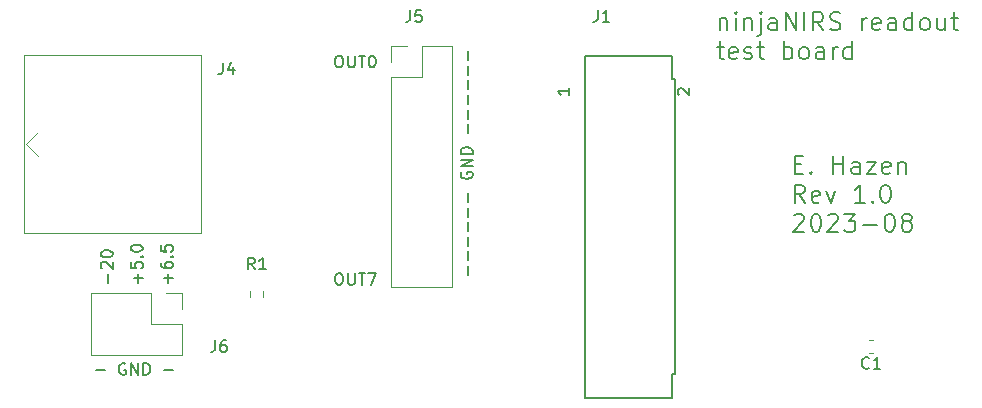
<source format=gbr>
%TF.GenerationSoftware,KiCad,Pcbnew,7.0.6-7.0.6~ubuntu22.04.1*%
%TF.CreationDate,2023-08-01T10:33:02-04:00*%
%TF.ProjectId,test-board,74657374-2d62-46f6-9172-642e6b696361,rev?*%
%TF.SameCoordinates,Original*%
%TF.FileFunction,Legend,Top*%
%TF.FilePolarity,Positive*%
%FSLAX46Y46*%
G04 Gerber Fmt 4.6, Leading zero omitted, Abs format (unit mm)*
G04 Created by KiCad (PCBNEW 7.0.6-7.0.6~ubuntu22.04.1) date 2023-08-01 10:33:02*
%MOMM*%
%LPD*%
G01*
G04 APERTURE LIST*
%ADD10C,0.150000*%
%ADD11C,0.120000*%
%ADD12C,0.127000*%
G04 APERTURE END LIST*
D10*
X131271541Y-35375125D02*
X131779541Y-35375125D01*
X131997255Y-36173411D02*
X131271541Y-36173411D01*
X131271541Y-36173411D02*
X131271541Y-34649411D01*
X131271541Y-34649411D02*
X131997255Y-34649411D01*
X132650398Y-36028268D02*
X132722969Y-36100840D01*
X132722969Y-36100840D02*
X132650398Y-36173411D01*
X132650398Y-36173411D02*
X132577826Y-36100840D01*
X132577826Y-36100840D02*
X132650398Y-36028268D01*
X132650398Y-36028268D02*
X132650398Y-36173411D01*
X134537255Y-36173411D02*
X134537255Y-34649411D01*
X134537255Y-35375125D02*
X135408112Y-35375125D01*
X135408112Y-36173411D02*
X135408112Y-34649411D01*
X136786969Y-36173411D02*
X136786969Y-35375125D01*
X136786969Y-35375125D02*
X136714397Y-35229982D01*
X136714397Y-35229982D02*
X136569254Y-35157411D01*
X136569254Y-35157411D02*
X136278969Y-35157411D01*
X136278969Y-35157411D02*
X136133826Y-35229982D01*
X136786969Y-36100840D02*
X136641826Y-36173411D01*
X136641826Y-36173411D02*
X136278969Y-36173411D01*
X136278969Y-36173411D02*
X136133826Y-36100840D01*
X136133826Y-36100840D02*
X136061254Y-35955697D01*
X136061254Y-35955697D02*
X136061254Y-35810554D01*
X136061254Y-35810554D02*
X136133826Y-35665411D01*
X136133826Y-35665411D02*
X136278969Y-35592840D01*
X136278969Y-35592840D02*
X136641826Y-35592840D01*
X136641826Y-35592840D02*
X136786969Y-35520268D01*
X137367540Y-35157411D02*
X138165826Y-35157411D01*
X138165826Y-35157411D02*
X137367540Y-36173411D01*
X137367540Y-36173411D02*
X138165826Y-36173411D01*
X139326968Y-36100840D02*
X139181825Y-36173411D01*
X139181825Y-36173411D02*
X138891540Y-36173411D01*
X138891540Y-36173411D02*
X138746397Y-36100840D01*
X138746397Y-36100840D02*
X138673825Y-35955697D01*
X138673825Y-35955697D02*
X138673825Y-35375125D01*
X138673825Y-35375125D02*
X138746397Y-35229982D01*
X138746397Y-35229982D02*
X138891540Y-35157411D01*
X138891540Y-35157411D02*
X139181825Y-35157411D01*
X139181825Y-35157411D02*
X139326968Y-35229982D01*
X139326968Y-35229982D02*
X139399540Y-35375125D01*
X139399540Y-35375125D02*
X139399540Y-35520268D01*
X139399540Y-35520268D02*
X138673825Y-35665411D01*
X140052683Y-35157411D02*
X140052683Y-36173411D01*
X140052683Y-35302554D02*
X140125254Y-35229982D01*
X140125254Y-35229982D02*
X140270397Y-35157411D01*
X140270397Y-35157411D02*
X140488111Y-35157411D01*
X140488111Y-35157411D02*
X140633254Y-35229982D01*
X140633254Y-35229982D02*
X140705826Y-35375125D01*
X140705826Y-35375125D02*
X140705826Y-36173411D01*
X132142398Y-38627051D02*
X131634398Y-37901337D01*
X131271541Y-38627051D02*
X131271541Y-37103051D01*
X131271541Y-37103051D02*
X131852112Y-37103051D01*
X131852112Y-37103051D02*
X131997255Y-37175622D01*
X131997255Y-37175622D02*
X132069826Y-37248194D01*
X132069826Y-37248194D02*
X132142398Y-37393337D01*
X132142398Y-37393337D02*
X132142398Y-37611051D01*
X132142398Y-37611051D02*
X132069826Y-37756194D01*
X132069826Y-37756194D02*
X131997255Y-37828765D01*
X131997255Y-37828765D02*
X131852112Y-37901337D01*
X131852112Y-37901337D02*
X131271541Y-37901337D01*
X133376112Y-38554480D02*
X133230969Y-38627051D01*
X133230969Y-38627051D02*
X132940684Y-38627051D01*
X132940684Y-38627051D02*
X132795541Y-38554480D01*
X132795541Y-38554480D02*
X132722969Y-38409337D01*
X132722969Y-38409337D02*
X132722969Y-37828765D01*
X132722969Y-37828765D02*
X132795541Y-37683622D01*
X132795541Y-37683622D02*
X132940684Y-37611051D01*
X132940684Y-37611051D02*
X133230969Y-37611051D01*
X133230969Y-37611051D02*
X133376112Y-37683622D01*
X133376112Y-37683622D02*
X133448684Y-37828765D01*
X133448684Y-37828765D02*
X133448684Y-37973908D01*
X133448684Y-37973908D02*
X132722969Y-38119051D01*
X133956684Y-37611051D02*
X134319541Y-38627051D01*
X134319541Y-38627051D02*
X134682398Y-37611051D01*
X137222398Y-38627051D02*
X136351541Y-38627051D01*
X136786970Y-38627051D02*
X136786970Y-37103051D01*
X136786970Y-37103051D02*
X136641827Y-37320765D01*
X136641827Y-37320765D02*
X136496684Y-37465908D01*
X136496684Y-37465908D02*
X136351541Y-37538480D01*
X137875542Y-38481908D02*
X137948113Y-38554480D01*
X137948113Y-38554480D02*
X137875542Y-38627051D01*
X137875542Y-38627051D02*
X137802970Y-38554480D01*
X137802970Y-38554480D02*
X137875542Y-38481908D01*
X137875542Y-38481908D02*
X137875542Y-38627051D01*
X138891541Y-37103051D02*
X139036684Y-37103051D01*
X139036684Y-37103051D02*
X139181827Y-37175622D01*
X139181827Y-37175622D02*
X139254399Y-37248194D01*
X139254399Y-37248194D02*
X139326970Y-37393337D01*
X139326970Y-37393337D02*
X139399541Y-37683622D01*
X139399541Y-37683622D02*
X139399541Y-38046480D01*
X139399541Y-38046480D02*
X139326970Y-38336765D01*
X139326970Y-38336765D02*
X139254399Y-38481908D01*
X139254399Y-38481908D02*
X139181827Y-38554480D01*
X139181827Y-38554480D02*
X139036684Y-38627051D01*
X139036684Y-38627051D02*
X138891541Y-38627051D01*
X138891541Y-38627051D02*
X138746399Y-38554480D01*
X138746399Y-38554480D02*
X138673827Y-38481908D01*
X138673827Y-38481908D02*
X138601256Y-38336765D01*
X138601256Y-38336765D02*
X138528684Y-38046480D01*
X138528684Y-38046480D02*
X138528684Y-37683622D01*
X138528684Y-37683622D02*
X138601256Y-37393337D01*
X138601256Y-37393337D02*
X138673827Y-37248194D01*
X138673827Y-37248194D02*
X138746399Y-37175622D01*
X138746399Y-37175622D02*
X138891541Y-37103051D01*
X131198969Y-39701834D02*
X131271541Y-39629262D01*
X131271541Y-39629262D02*
X131416684Y-39556691D01*
X131416684Y-39556691D02*
X131779541Y-39556691D01*
X131779541Y-39556691D02*
X131924684Y-39629262D01*
X131924684Y-39629262D02*
X131997255Y-39701834D01*
X131997255Y-39701834D02*
X132069826Y-39846977D01*
X132069826Y-39846977D02*
X132069826Y-39992120D01*
X132069826Y-39992120D02*
X131997255Y-40209834D01*
X131997255Y-40209834D02*
X131126398Y-41080691D01*
X131126398Y-41080691D02*
X132069826Y-41080691D01*
X133013255Y-39556691D02*
X133158398Y-39556691D01*
X133158398Y-39556691D02*
X133303541Y-39629262D01*
X133303541Y-39629262D02*
X133376113Y-39701834D01*
X133376113Y-39701834D02*
X133448684Y-39846977D01*
X133448684Y-39846977D02*
X133521255Y-40137262D01*
X133521255Y-40137262D02*
X133521255Y-40500120D01*
X133521255Y-40500120D02*
X133448684Y-40790405D01*
X133448684Y-40790405D02*
X133376113Y-40935548D01*
X133376113Y-40935548D02*
X133303541Y-41008120D01*
X133303541Y-41008120D02*
X133158398Y-41080691D01*
X133158398Y-41080691D02*
X133013255Y-41080691D01*
X133013255Y-41080691D02*
X132868113Y-41008120D01*
X132868113Y-41008120D02*
X132795541Y-40935548D01*
X132795541Y-40935548D02*
X132722970Y-40790405D01*
X132722970Y-40790405D02*
X132650398Y-40500120D01*
X132650398Y-40500120D02*
X132650398Y-40137262D01*
X132650398Y-40137262D02*
X132722970Y-39846977D01*
X132722970Y-39846977D02*
X132795541Y-39701834D01*
X132795541Y-39701834D02*
X132868113Y-39629262D01*
X132868113Y-39629262D02*
X133013255Y-39556691D01*
X134101827Y-39701834D02*
X134174399Y-39629262D01*
X134174399Y-39629262D02*
X134319542Y-39556691D01*
X134319542Y-39556691D02*
X134682399Y-39556691D01*
X134682399Y-39556691D02*
X134827542Y-39629262D01*
X134827542Y-39629262D02*
X134900113Y-39701834D01*
X134900113Y-39701834D02*
X134972684Y-39846977D01*
X134972684Y-39846977D02*
X134972684Y-39992120D01*
X134972684Y-39992120D02*
X134900113Y-40209834D01*
X134900113Y-40209834D02*
X134029256Y-41080691D01*
X134029256Y-41080691D02*
X134972684Y-41080691D01*
X135480685Y-39556691D02*
X136424113Y-39556691D01*
X136424113Y-39556691D02*
X135916113Y-40137262D01*
X135916113Y-40137262D02*
X136133828Y-40137262D01*
X136133828Y-40137262D02*
X136278971Y-40209834D01*
X136278971Y-40209834D02*
X136351542Y-40282405D01*
X136351542Y-40282405D02*
X136424113Y-40427548D01*
X136424113Y-40427548D02*
X136424113Y-40790405D01*
X136424113Y-40790405D02*
X136351542Y-40935548D01*
X136351542Y-40935548D02*
X136278971Y-41008120D01*
X136278971Y-41008120D02*
X136133828Y-41080691D01*
X136133828Y-41080691D02*
X135698399Y-41080691D01*
X135698399Y-41080691D02*
X135553256Y-41008120D01*
X135553256Y-41008120D02*
X135480685Y-40935548D01*
X137077257Y-40500120D02*
X138238400Y-40500120D01*
X139254399Y-39556691D02*
X139399542Y-39556691D01*
X139399542Y-39556691D02*
X139544685Y-39629262D01*
X139544685Y-39629262D02*
X139617257Y-39701834D01*
X139617257Y-39701834D02*
X139689828Y-39846977D01*
X139689828Y-39846977D02*
X139762399Y-40137262D01*
X139762399Y-40137262D02*
X139762399Y-40500120D01*
X139762399Y-40500120D02*
X139689828Y-40790405D01*
X139689828Y-40790405D02*
X139617257Y-40935548D01*
X139617257Y-40935548D02*
X139544685Y-41008120D01*
X139544685Y-41008120D02*
X139399542Y-41080691D01*
X139399542Y-41080691D02*
X139254399Y-41080691D01*
X139254399Y-41080691D02*
X139109257Y-41008120D01*
X139109257Y-41008120D02*
X139036685Y-40935548D01*
X139036685Y-40935548D02*
X138964114Y-40790405D01*
X138964114Y-40790405D02*
X138891542Y-40500120D01*
X138891542Y-40500120D02*
X138891542Y-40137262D01*
X138891542Y-40137262D02*
X138964114Y-39846977D01*
X138964114Y-39846977D02*
X139036685Y-39701834D01*
X139036685Y-39701834D02*
X139109257Y-39629262D01*
X139109257Y-39629262D02*
X139254399Y-39556691D01*
X140633257Y-40209834D02*
X140488114Y-40137262D01*
X140488114Y-40137262D02*
X140415543Y-40064691D01*
X140415543Y-40064691D02*
X140342971Y-39919548D01*
X140342971Y-39919548D02*
X140342971Y-39846977D01*
X140342971Y-39846977D02*
X140415543Y-39701834D01*
X140415543Y-39701834D02*
X140488114Y-39629262D01*
X140488114Y-39629262D02*
X140633257Y-39556691D01*
X140633257Y-39556691D02*
X140923543Y-39556691D01*
X140923543Y-39556691D02*
X141068686Y-39629262D01*
X141068686Y-39629262D02*
X141141257Y-39701834D01*
X141141257Y-39701834D02*
X141213828Y-39846977D01*
X141213828Y-39846977D02*
X141213828Y-39919548D01*
X141213828Y-39919548D02*
X141141257Y-40064691D01*
X141141257Y-40064691D02*
X141068686Y-40137262D01*
X141068686Y-40137262D02*
X140923543Y-40209834D01*
X140923543Y-40209834D02*
X140633257Y-40209834D01*
X140633257Y-40209834D02*
X140488114Y-40282405D01*
X140488114Y-40282405D02*
X140415543Y-40354977D01*
X140415543Y-40354977D02*
X140342971Y-40500120D01*
X140342971Y-40500120D02*
X140342971Y-40790405D01*
X140342971Y-40790405D02*
X140415543Y-40935548D01*
X140415543Y-40935548D02*
X140488114Y-41008120D01*
X140488114Y-41008120D02*
X140633257Y-41080691D01*
X140633257Y-41080691D02*
X140923543Y-41080691D01*
X140923543Y-41080691D02*
X141068686Y-41008120D01*
X141068686Y-41008120D02*
X141141257Y-40935548D01*
X141141257Y-40935548D02*
X141213828Y-40790405D01*
X141213828Y-40790405D02*
X141213828Y-40500120D01*
X141213828Y-40500120D02*
X141141257Y-40354977D01*
X141141257Y-40354977D02*
X141068686Y-40282405D01*
X141068686Y-40282405D02*
X140923543Y-40209834D01*
X124921541Y-23006051D02*
X124921541Y-24022051D01*
X124921541Y-23151194D02*
X124994112Y-23078622D01*
X124994112Y-23078622D02*
X125139255Y-23006051D01*
X125139255Y-23006051D02*
X125356969Y-23006051D01*
X125356969Y-23006051D02*
X125502112Y-23078622D01*
X125502112Y-23078622D02*
X125574684Y-23223765D01*
X125574684Y-23223765D02*
X125574684Y-24022051D01*
X126300398Y-24022051D02*
X126300398Y-23006051D01*
X126300398Y-22498051D02*
X126227826Y-22570622D01*
X126227826Y-22570622D02*
X126300398Y-22643194D01*
X126300398Y-22643194D02*
X126372969Y-22570622D01*
X126372969Y-22570622D02*
X126300398Y-22498051D01*
X126300398Y-22498051D02*
X126300398Y-22643194D01*
X127026112Y-23006051D02*
X127026112Y-24022051D01*
X127026112Y-23151194D02*
X127098683Y-23078622D01*
X127098683Y-23078622D02*
X127243826Y-23006051D01*
X127243826Y-23006051D02*
X127461540Y-23006051D01*
X127461540Y-23006051D02*
X127606683Y-23078622D01*
X127606683Y-23078622D02*
X127679255Y-23223765D01*
X127679255Y-23223765D02*
X127679255Y-24022051D01*
X128404969Y-23006051D02*
X128404969Y-24312337D01*
X128404969Y-24312337D02*
X128332397Y-24457480D01*
X128332397Y-24457480D02*
X128187254Y-24530051D01*
X128187254Y-24530051D02*
X128114683Y-24530051D01*
X128404969Y-22498051D02*
X128332397Y-22570622D01*
X128332397Y-22570622D02*
X128404969Y-22643194D01*
X128404969Y-22643194D02*
X128477540Y-22570622D01*
X128477540Y-22570622D02*
X128404969Y-22498051D01*
X128404969Y-22498051D02*
X128404969Y-22643194D01*
X129783826Y-24022051D02*
X129783826Y-23223765D01*
X129783826Y-23223765D02*
X129711254Y-23078622D01*
X129711254Y-23078622D02*
X129566111Y-23006051D01*
X129566111Y-23006051D02*
X129275826Y-23006051D01*
X129275826Y-23006051D02*
X129130683Y-23078622D01*
X129783826Y-23949480D02*
X129638683Y-24022051D01*
X129638683Y-24022051D02*
X129275826Y-24022051D01*
X129275826Y-24022051D02*
X129130683Y-23949480D01*
X129130683Y-23949480D02*
X129058111Y-23804337D01*
X129058111Y-23804337D02*
X129058111Y-23659194D01*
X129058111Y-23659194D02*
X129130683Y-23514051D01*
X129130683Y-23514051D02*
X129275826Y-23441480D01*
X129275826Y-23441480D02*
X129638683Y-23441480D01*
X129638683Y-23441480D02*
X129783826Y-23368908D01*
X130509540Y-24022051D02*
X130509540Y-22498051D01*
X130509540Y-22498051D02*
X131380397Y-24022051D01*
X131380397Y-24022051D02*
X131380397Y-22498051D01*
X132106111Y-24022051D02*
X132106111Y-22498051D01*
X133702682Y-24022051D02*
X133194682Y-23296337D01*
X132831825Y-24022051D02*
X132831825Y-22498051D01*
X132831825Y-22498051D02*
X133412396Y-22498051D01*
X133412396Y-22498051D02*
X133557539Y-22570622D01*
X133557539Y-22570622D02*
X133630110Y-22643194D01*
X133630110Y-22643194D02*
X133702682Y-22788337D01*
X133702682Y-22788337D02*
X133702682Y-23006051D01*
X133702682Y-23006051D02*
X133630110Y-23151194D01*
X133630110Y-23151194D02*
X133557539Y-23223765D01*
X133557539Y-23223765D02*
X133412396Y-23296337D01*
X133412396Y-23296337D02*
X132831825Y-23296337D01*
X134283253Y-23949480D02*
X134500968Y-24022051D01*
X134500968Y-24022051D02*
X134863825Y-24022051D01*
X134863825Y-24022051D02*
X135008968Y-23949480D01*
X135008968Y-23949480D02*
X135081539Y-23876908D01*
X135081539Y-23876908D02*
X135154110Y-23731765D01*
X135154110Y-23731765D02*
X135154110Y-23586622D01*
X135154110Y-23586622D02*
X135081539Y-23441480D01*
X135081539Y-23441480D02*
X135008968Y-23368908D01*
X135008968Y-23368908D02*
X134863825Y-23296337D01*
X134863825Y-23296337D02*
X134573539Y-23223765D01*
X134573539Y-23223765D02*
X134428396Y-23151194D01*
X134428396Y-23151194D02*
X134355825Y-23078622D01*
X134355825Y-23078622D02*
X134283253Y-22933480D01*
X134283253Y-22933480D02*
X134283253Y-22788337D01*
X134283253Y-22788337D02*
X134355825Y-22643194D01*
X134355825Y-22643194D02*
X134428396Y-22570622D01*
X134428396Y-22570622D02*
X134573539Y-22498051D01*
X134573539Y-22498051D02*
X134936396Y-22498051D01*
X134936396Y-22498051D02*
X135154110Y-22570622D01*
X136968397Y-24022051D02*
X136968397Y-23006051D01*
X136968397Y-23296337D02*
X137040968Y-23151194D01*
X137040968Y-23151194D02*
X137113540Y-23078622D01*
X137113540Y-23078622D02*
X137258682Y-23006051D01*
X137258682Y-23006051D02*
X137403825Y-23006051D01*
X138492397Y-23949480D02*
X138347254Y-24022051D01*
X138347254Y-24022051D02*
X138056969Y-24022051D01*
X138056969Y-24022051D02*
X137911826Y-23949480D01*
X137911826Y-23949480D02*
X137839254Y-23804337D01*
X137839254Y-23804337D02*
X137839254Y-23223765D01*
X137839254Y-23223765D02*
X137911826Y-23078622D01*
X137911826Y-23078622D02*
X138056969Y-23006051D01*
X138056969Y-23006051D02*
X138347254Y-23006051D01*
X138347254Y-23006051D02*
X138492397Y-23078622D01*
X138492397Y-23078622D02*
X138564969Y-23223765D01*
X138564969Y-23223765D02*
X138564969Y-23368908D01*
X138564969Y-23368908D02*
X137839254Y-23514051D01*
X139871255Y-24022051D02*
X139871255Y-23223765D01*
X139871255Y-23223765D02*
X139798683Y-23078622D01*
X139798683Y-23078622D02*
X139653540Y-23006051D01*
X139653540Y-23006051D02*
X139363255Y-23006051D01*
X139363255Y-23006051D02*
X139218112Y-23078622D01*
X139871255Y-23949480D02*
X139726112Y-24022051D01*
X139726112Y-24022051D02*
X139363255Y-24022051D01*
X139363255Y-24022051D02*
X139218112Y-23949480D01*
X139218112Y-23949480D02*
X139145540Y-23804337D01*
X139145540Y-23804337D02*
X139145540Y-23659194D01*
X139145540Y-23659194D02*
X139218112Y-23514051D01*
X139218112Y-23514051D02*
X139363255Y-23441480D01*
X139363255Y-23441480D02*
X139726112Y-23441480D01*
X139726112Y-23441480D02*
X139871255Y-23368908D01*
X141250112Y-24022051D02*
X141250112Y-22498051D01*
X141250112Y-23949480D02*
X141104969Y-24022051D01*
X141104969Y-24022051D02*
X140814683Y-24022051D01*
X140814683Y-24022051D02*
X140669540Y-23949480D01*
X140669540Y-23949480D02*
X140596969Y-23876908D01*
X140596969Y-23876908D02*
X140524397Y-23731765D01*
X140524397Y-23731765D02*
X140524397Y-23296337D01*
X140524397Y-23296337D02*
X140596969Y-23151194D01*
X140596969Y-23151194D02*
X140669540Y-23078622D01*
X140669540Y-23078622D02*
X140814683Y-23006051D01*
X140814683Y-23006051D02*
X141104969Y-23006051D01*
X141104969Y-23006051D02*
X141250112Y-23078622D01*
X142193540Y-24022051D02*
X142048397Y-23949480D01*
X142048397Y-23949480D02*
X141975826Y-23876908D01*
X141975826Y-23876908D02*
X141903254Y-23731765D01*
X141903254Y-23731765D02*
X141903254Y-23296337D01*
X141903254Y-23296337D02*
X141975826Y-23151194D01*
X141975826Y-23151194D02*
X142048397Y-23078622D01*
X142048397Y-23078622D02*
X142193540Y-23006051D01*
X142193540Y-23006051D02*
X142411254Y-23006051D01*
X142411254Y-23006051D02*
X142556397Y-23078622D01*
X142556397Y-23078622D02*
X142628969Y-23151194D01*
X142628969Y-23151194D02*
X142701540Y-23296337D01*
X142701540Y-23296337D02*
X142701540Y-23731765D01*
X142701540Y-23731765D02*
X142628969Y-23876908D01*
X142628969Y-23876908D02*
X142556397Y-23949480D01*
X142556397Y-23949480D02*
X142411254Y-24022051D01*
X142411254Y-24022051D02*
X142193540Y-24022051D01*
X144007826Y-23006051D02*
X144007826Y-24022051D01*
X143354683Y-23006051D02*
X143354683Y-23804337D01*
X143354683Y-23804337D02*
X143427254Y-23949480D01*
X143427254Y-23949480D02*
X143572397Y-24022051D01*
X143572397Y-24022051D02*
X143790111Y-24022051D01*
X143790111Y-24022051D02*
X143935254Y-23949480D01*
X143935254Y-23949480D02*
X144007826Y-23876908D01*
X144515825Y-23006051D02*
X145096397Y-23006051D01*
X144733540Y-22498051D02*
X144733540Y-23804337D01*
X144733540Y-23804337D02*
X144806111Y-23949480D01*
X144806111Y-23949480D02*
X144951254Y-24022051D01*
X144951254Y-24022051D02*
X145096397Y-24022051D01*
X124703826Y-25459691D02*
X125284398Y-25459691D01*
X124921541Y-24951691D02*
X124921541Y-26257977D01*
X124921541Y-26257977D02*
X124994112Y-26403120D01*
X124994112Y-26403120D02*
X125139255Y-26475691D01*
X125139255Y-26475691D02*
X125284398Y-26475691D01*
X126372969Y-26403120D02*
X126227826Y-26475691D01*
X126227826Y-26475691D02*
X125937541Y-26475691D01*
X125937541Y-26475691D02*
X125792398Y-26403120D01*
X125792398Y-26403120D02*
X125719826Y-26257977D01*
X125719826Y-26257977D02*
X125719826Y-25677405D01*
X125719826Y-25677405D02*
X125792398Y-25532262D01*
X125792398Y-25532262D02*
X125937541Y-25459691D01*
X125937541Y-25459691D02*
X126227826Y-25459691D01*
X126227826Y-25459691D02*
X126372969Y-25532262D01*
X126372969Y-25532262D02*
X126445541Y-25677405D01*
X126445541Y-25677405D02*
X126445541Y-25822548D01*
X126445541Y-25822548D02*
X125719826Y-25967691D01*
X127026112Y-26403120D02*
X127171255Y-26475691D01*
X127171255Y-26475691D02*
X127461541Y-26475691D01*
X127461541Y-26475691D02*
X127606684Y-26403120D01*
X127606684Y-26403120D02*
X127679255Y-26257977D01*
X127679255Y-26257977D02*
X127679255Y-26185405D01*
X127679255Y-26185405D02*
X127606684Y-26040262D01*
X127606684Y-26040262D02*
X127461541Y-25967691D01*
X127461541Y-25967691D02*
X127243827Y-25967691D01*
X127243827Y-25967691D02*
X127098684Y-25895120D01*
X127098684Y-25895120D02*
X127026112Y-25749977D01*
X127026112Y-25749977D02*
X127026112Y-25677405D01*
X127026112Y-25677405D02*
X127098684Y-25532262D01*
X127098684Y-25532262D02*
X127243827Y-25459691D01*
X127243827Y-25459691D02*
X127461541Y-25459691D01*
X127461541Y-25459691D02*
X127606684Y-25532262D01*
X128114683Y-25459691D02*
X128695255Y-25459691D01*
X128332398Y-24951691D02*
X128332398Y-26257977D01*
X128332398Y-26257977D02*
X128404969Y-26403120D01*
X128404969Y-26403120D02*
X128550112Y-26475691D01*
X128550112Y-26475691D02*
X128695255Y-26475691D01*
X130364398Y-26475691D02*
X130364398Y-24951691D01*
X130364398Y-25532262D02*
X130509541Y-25459691D01*
X130509541Y-25459691D02*
X130799826Y-25459691D01*
X130799826Y-25459691D02*
X130944969Y-25532262D01*
X130944969Y-25532262D02*
X131017541Y-25604834D01*
X131017541Y-25604834D02*
X131090112Y-25749977D01*
X131090112Y-25749977D02*
X131090112Y-26185405D01*
X131090112Y-26185405D02*
X131017541Y-26330548D01*
X131017541Y-26330548D02*
X130944969Y-26403120D01*
X130944969Y-26403120D02*
X130799826Y-26475691D01*
X130799826Y-26475691D02*
X130509541Y-26475691D01*
X130509541Y-26475691D02*
X130364398Y-26403120D01*
X131960969Y-26475691D02*
X131815826Y-26403120D01*
X131815826Y-26403120D02*
X131743255Y-26330548D01*
X131743255Y-26330548D02*
X131670683Y-26185405D01*
X131670683Y-26185405D02*
X131670683Y-25749977D01*
X131670683Y-25749977D02*
X131743255Y-25604834D01*
X131743255Y-25604834D02*
X131815826Y-25532262D01*
X131815826Y-25532262D02*
X131960969Y-25459691D01*
X131960969Y-25459691D02*
X132178683Y-25459691D01*
X132178683Y-25459691D02*
X132323826Y-25532262D01*
X132323826Y-25532262D02*
X132396398Y-25604834D01*
X132396398Y-25604834D02*
X132468969Y-25749977D01*
X132468969Y-25749977D02*
X132468969Y-26185405D01*
X132468969Y-26185405D02*
X132396398Y-26330548D01*
X132396398Y-26330548D02*
X132323826Y-26403120D01*
X132323826Y-26403120D02*
X132178683Y-26475691D01*
X132178683Y-26475691D02*
X131960969Y-26475691D01*
X133775255Y-26475691D02*
X133775255Y-25677405D01*
X133775255Y-25677405D02*
X133702683Y-25532262D01*
X133702683Y-25532262D02*
X133557540Y-25459691D01*
X133557540Y-25459691D02*
X133267255Y-25459691D01*
X133267255Y-25459691D02*
X133122112Y-25532262D01*
X133775255Y-26403120D02*
X133630112Y-26475691D01*
X133630112Y-26475691D02*
X133267255Y-26475691D01*
X133267255Y-26475691D02*
X133122112Y-26403120D01*
X133122112Y-26403120D02*
X133049540Y-26257977D01*
X133049540Y-26257977D02*
X133049540Y-26112834D01*
X133049540Y-26112834D02*
X133122112Y-25967691D01*
X133122112Y-25967691D02*
X133267255Y-25895120D01*
X133267255Y-25895120D02*
X133630112Y-25895120D01*
X133630112Y-25895120D02*
X133775255Y-25822548D01*
X134500969Y-26475691D02*
X134500969Y-25459691D01*
X134500969Y-25749977D02*
X134573540Y-25604834D01*
X134573540Y-25604834D02*
X134646112Y-25532262D01*
X134646112Y-25532262D02*
X134791254Y-25459691D01*
X134791254Y-25459691D02*
X134936397Y-25459691D01*
X136097541Y-26475691D02*
X136097541Y-24951691D01*
X136097541Y-26403120D02*
X135952398Y-26475691D01*
X135952398Y-26475691D02*
X135662112Y-26475691D01*
X135662112Y-26475691D02*
X135516969Y-26403120D01*
X135516969Y-26403120D02*
X135444398Y-26330548D01*
X135444398Y-26330548D02*
X135371826Y-26185405D01*
X135371826Y-26185405D02*
X135371826Y-25749977D01*
X135371826Y-25749977D02*
X135444398Y-25604834D01*
X135444398Y-25604834D02*
X135516969Y-25532262D01*
X135516969Y-25532262D02*
X135662112Y-25459691D01*
X135662112Y-25459691D02*
X135952398Y-25459691D01*
X135952398Y-25459691D02*
X136097541Y-25532262D01*
X103628866Y-44748220D02*
X103628866Y-43986316D01*
X103628866Y-43510125D02*
X103628866Y-42748221D01*
X103628866Y-42272030D02*
X103628866Y-41510126D01*
X103628866Y-41033935D02*
X103628866Y-40272031D01*
X103628866Y-39795840D02*
X103628866Y-39033936D01*
X103628866Y-38557745D02*
X103628866Y-37795841D01*
X103057438Y-36033936D02*
X103009819Y-36129174D01*
X103009819Y-36129174D02*
X103009819Y-36272031D01*
X103009819Y-36272031D02*
X103057438Y-36414888D01*
X103057438Y-36414888D02*
X103152676Y-36510126D01*
X103152676Y-36510126D02*
X103247914Y-36557745D01*
X103247914Y-36557745D02*
X103438390Y-36605364D01*
X103438390Y-36605364D02*
X103581247Y-36605364D01*
X103581247Y-36605364D02*
X103771723Y-36557745D01*
X103771723Y-36557745D02*
X103866961Y-36510126D01*
X103866961Y-36510126D02*
X103962200Y-36414888D01*
X103962200Y-36414888D02*
X104009819Y-36272031D01*
X104009819Y-36272031D02*
X104009819Y-36176793D01*
X104009819Y-36176793D02*
X103962200Y-36033936D01*
X103962200Y-36033936D02*
X103914580Y-35986317D01*
X103914580Y-35986317D02*
X103581247Y-35986317D01*
X103581247Y-35986317D02*
X103581247Y-36176793D01*
X104009819Y-35557745D02*
X103009819Y-35557745D01*
X103009819Y-35557745D02*
X104009819Y-34986317D01*
X104009819Y-34986317D02*
X103009819Y-34986317D01*
X104009819Y-34510126D02*
X103009819Y-34510126D01*
X103009819Y-34510126D02*
X103009819Y-34272031D01*
X103009819Y-34272031D02*
X103057438Y-34129174D01*
X103057438Y-34129174D02*
X103152676Y-34033936D01*
X103152676Y-34033936D02*
X103247914Y-33986317D01*
X103247914Y-33986317D02*
X103438390Y-33938698D01*
X103438390Y-33938698D02*
X103581247Y-33938698D01*
X103581247Y-33938698D02*
X103771723Y-33986317D01*
X103771723Y-33986317D02*
X103866961Y-34033936D01*
X103866961Y-34033936D02*
X103962200Y-34129174D01*
X103962200Y-34129174D02*
X104009819Y-34272031D01*
X104009819Y-34272031D02*
X104009819Y-34510126D01*
X103628866Y-32748221D02*
X103628866Y-31986317D01*
X103628866Y-31510126D02*
X103628866Y-30748222D01*
X103628866Y-30272031D02*
X103628866Y-29510127D01*
X103628866Y-29033936D02*
X103628866Y-28272032D01*
X103628866Y-27795841D02*
X103628866Y-27033937D01*
X103628866Y-26557746D02*
X103628866Y-25795842D01*
X92602255Y-44589819D02*
X92792731Y-44589819D01*
X92792731Y-44589819D02*
X92887969Y-44637438D01*
X92887969Y-44637438D02*
X92983207Y-44732676D01*
X92983207Y-44732676D02*
X93030826Y-44923152D01*
X93030826Y-44923152D02*
X93030826Y-45256485D01*
X93030826Y-45256485D02*
X92983207Y-45446961D01*
X92983207Y-45446961D02*
X92887969Y-45542200D01*
X92887969Y-45542200D02*
X92792731Y-45589819D01*
X92792731Y-45589819D02*
X92602255Y-45589819D01*
X92602255Y-45589819D02*
X92507017Y-45542200D01*
X92507017Y-45542200D02*
X92411779Y-45446961D01*
X92411779Y-45446961D02*
X92364160Y-45256485D01*
X92364160Y-45256485D02*
X92364160Y-44923152D01*
X92364160Y-44923152D02*
X92411779Y-44732676D01*
X92411779Y-44732676D02*
X92507017Y-44637438D01*
X92507017Y-44637438D02*
X92602255Y-44589819D01*
X93459398Y-44589819D02*
X93459398Y-45399342D01*
X93459398Y-45399342D02*
X93507017Y-45494580D01*
X93507017Y-45494580D02*
X93554636Y-45542200D01*
X93554636Y-45542200D02*
X93649874Y-45589819D01*
X93649874Y-45589819D02*
X93840350Y-45589819D01*
X93840350Y-45589819D02*
X93935588Y-45542200D01*
X93935588Y-45542200D02*
X93983207Y-45494580D01*
X93983207Y-45494580D02*
X94030826Y-45399342D01*
X94030826Y-45399342D02*
X94030826Y-44589819D01*
X94364160Y-44589819D02*
X94935588Y-44589819D01*
X94649874Y-45589819D02*
X94649874Y-44589819D01*
X95173684Y-44589819D02*
X95840350Y-44589819D01*
X95840350Y-44589819D02*
X95411779Y-45589819D01*
X92602255Y-26174819D02*
X92792731Y-26174819D01*
X92792731Y-26174819D02*
X92887969Y-26222438D01*
X92887969Y-26222438D02*
X92983207Y-26317676D01*
X92983207Y-26317676D02*
X93030826Y-26508152D01*
X93030826Y-26508152D02*
X93030826Y-26841485D01*
X93030826Y-26841485D02*
X92983207Y-27031961D01*
X92983207Y-27031961D02*
X92887969Y-27127200D01*
X92887969Y-27127200D02*
X92792731Y-27174819D01*
X92792731Y-27174819D02*
X92602255Y-27174819D01*
X92602255Y-27174819D02*
X92507017Y-27127200D01*
X92507017Y-27127200D02*
X92411779Y-27031961D01*
X92411779Y-27031961D02*
X92364160Y-26841485D01*
X92364160Y-26841485D02*
X92364160Y-26508152D01*
X92364160Y-26508152D02*
X92411779Y-26317676D01*
X92411779Y-26317676D02*
X92507017Y-26222438D01*
X92507017Y-26222438D02*
X92602255Y-26174819D01*
X93459398Y-26174819D02*
X93459398Y-26984342D01*
X93459398Y-26984342D02*
X93507017Y-27079580D01*
X93507017Y-27079580D02*
X93554636Y-27127200D01*
X93554636Y-27127200D02*
X93649874Y-27174819D01*
X93649874Y-27174819D02*
X93840350Y-27174819D01*
X93840350Y-27174819D02*
X93935588Y-27127200D01*
X93935588Y-27127200D02*
X93983207Y-27079580D01*
X93983207Y-27079580D02*
X94030826Y-26984342D01*
X94030826Y-26984342D02*
X94030826Y-26174819D01*
X94364160Y-26174819D02*
X94935588Y-26174819D01*
X94649874Y-27174819D02*
X94649874Y-26174819D01*
X95459398Y-26174819D02*
X95554636Y-26174819D01*
X95554636Y-26174819D02*
X95649874Y-26222438D01*
X95649874Y-26222438D02*
X95697493Y-26270057D01*
X95697493Y-26270057D02*
X95745112Y-26365295D01*
X95745112Y-26365295D02*
X95792731Y-26555771D01*
X95792731Y-26555771D02*
X95792731Y-26793866D01*
X95792731Y-26793866D02*
X95745112Y-26984342D01*
X95745112Y-26984342D02*
X95697493Y-27079580D01*
X95697493Y-27079580D02*
X95649874Y-27127200D01*
X95649874Y-27127200D02*
X95554636Y-27174819D01*
X95554636Y-27174819D02*
X95459398Y-27174819D01*
X95459398Y-27174819D02*
X95364160Y-27127200D01*
X95364160Y-27127200D02*
X95316541Y-27079580D01*
X95316541Y-27079580D02*
X95268922Y-26984342D01*
X95268922Y-26984342D02*
X95221303Y-26793866D01*
X95221303Y-26793866D02*
X95221303Y-26555771D01*
X95221303Y-26555771D02*
X95268922Y-26365295D01*
X95268922Y-26365295D02*
X95316541Y-26270057D01*
X95316541Y-26270057D02*
X95364160Y-26222438D01*
X95364160Y-26222438D02*
X95459398Y-26174819D01*
X72091779Y-52828866D02*
X72853684Y-52828866D01*
X74615588Y-52257438D02*
X74520350Y-52209819D01*
X74520350Y-52209819D02*
X74377493Y-52209819D01*
X74377493Y-52209819D02*
X74234636Y-52257438D01*
X74234636Y-52257438D02*
X74139398Y-52352676D01*
X74139398Y-52352676D02*
X74091779Y-52447914D01*
X74091779Y-52447914D02*
X74044160Y-52638390D01*
X74044160Y-52638390D02*
X74044160Y-52781247D01*
X74044160Y-52781247D02*
X74091779Y-52971723D01*
X74091779Y-52971723D02*
X74139398Y-53066961D01*
X74139398Y-53066961D02*
X74234636Y-53162200D01*
X74234636Y-53162200D02*
X74377493Y-53209819D01*
X74377493Y-53209819D02*
X74472731Y-53209819D01*
X74472731Y-53209819D02*
X74615588Y-53162200D01*
X74615588Y-53162200D02*
X74663207Y-53114580D01*
X74663207Y-53114580D02*
X74663207Y-52781247D01*
X74663207Y-52781247D02*
X74472731Y-52781247D01*
X75091779Y-53209819D02*
X75091779Y-52209819D01*
X75091779Y-52209819D02*
X75663207Y-53209819D01*
X75663207Y-53209819D02*
X75663207Y-52209819D01*
X76139398Y-53209819D02*
X76139398Y-52209819D01*
X76139398Y-52209819D02*
X76377493Y-52209819D01*
X76377493Y-52209819D02*
X76520350Y-52257438D01*
X76520350Y-52257438D02*
X76615588Y-52352676D01*
X76615588Y-52352676D02*
X76663207Y-52447914D01*
X76663207Y-52447914D02*
X76710826Y-52638390D01*
X76710826Y-52638390D02*
X76710826Y-52781247D01*
X76710826Y-52781247D02*
X76663207Y-52971723D01*
X76663207Y-52971723D02*
X76615588Y-53066961D01*
X76615588Y-53066961D02*
X76520350Y-53162200D01*
X76520350Y-53162200D02*
X76377493Y-53209819D01*
X76377493Y-53209819D02*
X76139398Y-53209819D01*
X77901303Y-52828866D02*
X78663208Y-52828866D01*
X73148866Y-45383220D02*
X73148866Y-44621316D01*
X72625057Y-44192744D02*
X72577438Y-44145125D01*
X72577438Y-44145125D02*
X72529819Y-44049887D01*
X72529819Y-44049887D02*
X72529819Y-43811792D01*
X72529819Y-43811792D02*
X72577438Y-43716554D01*
X72577438Y-43716554D02*
X72625057Y-43668935D01*
X72625057Y-43668935D02*
X72720295Y-43621316D01*
X72720295Y-43621316D02*
X72815533Y-43621316D01*
X72815533Y-43621316D02*
X72958390Y-43668935D01*
X72958390Y-43668935D02*
X73529819Y-44240363D01*
X73529819Y-44240363D02*
X73529819Y-43621316D01*
X72529819Y-43002268D02*
X72529819Y-42907030D01*
X72529819Y-42907030D02*
X72577438Y-42811792D01*
X72577438Y-42811792D02*
X72625057Y-42764173D01*
X72625057Y-42764173D02*
X72720295Y-42716554D01*
X72720295Y-42716554D02*
X72910771Y-42668935D01*
X72910771Y-42668935D02*
X73148866Y-42668935D01*
X73148866Y-42668935D02*
X73339342Y-42716554D01*
X73339342Y-42716554D02*
X73434580Y-42764173D01*
X73434580Y-42764173D02*
X73482200Y-42811792D01*
X73482200Y-42811792D02*
X73529819Y-42907030D01*
X73529819Y-42907030D02*
X73529819Y-43002268D01*
X73529819Y-43002268D02*
X73482200Y-43097506D01*
X73482200Y-43097506D02*
X73434580Y-43145125D01*
X73434580Y-43145125D02*
X73339342Y-43192744D01*
X73339342Y-43192744D02*
X73148866Y-43240363D01*
X73148866Y-43240363D02*
X72910771Y-43240363D01*
X72910771Y-43240363D02*
X72720295Y-43192744D01*
X72720295Y-43192744D02*
X72625057Y-43145125D01*
X72625057Y-43145125D02*
X72577438Y-43097506D01*
X72577438Y-43097506D02*
X72529819Y-43002268D01*
X75688866Y-45383220D02*
X75688866Y-44621316D01*
X76069819Y-45002268D02*
X75307914Y-45002268D01*
X75069819Y-43668935D02*
X75069819Y-44145125D01*
X75069819Y-44145125D02*
X75546009Y-44192744D01*
X75546009Y-44192744D02*
X75498390Y-44145125D01*
X75498390Y-44145125D02*
X75450771Y-44049887D01*
X75450771Y-44049887D02*
X75450771Y-43811792D01*
X75450771Y-43811792D02*
X75498390Y-43716554D01*
X75498390Y-43716554D02*
X75546009Y-43668935D01*
X75546009Y-43668935D02*
X75641247Y-43621316D01*
X75641247Y-43621316D02*
X75879342Y-43621316D01*
X75879342Y-43621316D02*
X75974580Y-43668935D01*
X75974580Y-43668935D02*
X76022200Y-43716554D01*
X76022200Y-43716554D02*
X76069819Y-43811792D01*
X76069819Y-43811792D02*
X76069819Y-44049887D01*
X76069819Y-44049887D02*
X76022200Y-44145125D01*
X76022200Y-44145125D02*
X75974580Y-44192744D01*
X75974580Y-43192744D02*
X76022200Y-43145125D01*
X76022200Y-43145125D02*
X76069819Y-43192744D01*
X76069819Y-43192744D02*
X76022200Y-43240363D01*
X76022200Y-43240363D02*
X75974580Y-43192744D01*
X75974580Y-43192744D02*
X76069819Y-43192744D01*
X75069819Y-42526078D02*
X75069819Y-42430840D01*
X75069819Y-42430840D02*
X75117438Y-42335602D01*
X75117438Y-42335602D02*
X75165057Y-42287983D01*
X75165057Y-42287983D02*
X75260295Y-42240364D01*
X75260295Y-42240364D02*
X75450771Y-42192745D01*
X75450771Y-42192745D02*
X75688866Y-42192745D01*
X75688866Y-42192745D02*
X75879342Y-42240364D01*
X75879342Y-42240364D02*
X75974580Y-42287983D01*
X75974580Y-42287983D02*
X76022200Y-42335602D01*
X76022200Y-42335602D02*
X76069819Y-42430840D01*
X76069819Y-42430840D02*
X76069819Y-42526078D01*
X76069819Y-42526078D02*
X76022200Y-42621316D01*
X76022200Y-42621316D02*
X75974580Y-42668935D01*
X75974580Y-42668935D02*
X75879342Y-42716554D01*
X75879342Y-42716554D02*
X75688866Y-42764173D01*
X75688866Y-42764173D02*
X75450771Y-42764173D01*
X75450771Y-42764173D02*
X75260295Y-42716554D01*
X75260295Y-42716554D02*
X75165057Y-42668935D01*
X75165057Y-42668935D02*
X75117438Y-42621316D01*
X75117438Y-42621316D02*
X75069819Y-42526078D01*
X78228866Y-45383220D02*
X78228866Y-44621316D01*
X78609819Y-45002268D02*
X77847914Y-45002268D01*
X77609819Y-43716554D02*
X77609819Y-43907030D01*
X77609819Y-43907030D02*
X77657438Y-44002268D01*
X77657438Y-44002268D02*
X77705057Y-44049887D01*
X77705057Y-44049887D02*
X77847914Y-44145125D01*
X77847914Y-44145125D02*
X78038390Y-44192744D01*
X78038390Y-44192744D02*
X78419342Y-44192744D01*
X78419342Y-44192744D02*
X78514580Y-44145125D01*
X78514580Y-44145125D02*
X78562200Y-44097506D01*
X78562200Y-44097506D02*
X78609819Y-44002268D01*
X78609819Y-44002268D02*
X78609819Y-43811792D01*
X78609819Y-43811792D02*
X78562200Y-43716554D01*
X78562200Y-43716554D02*
X78514580Y-43668935D01*
X78514580Y-43668935D02*
X78419342Y-43621316D01*
X78419342Y-43621316D02*
X78181247Y-43621316D01*
X78181247Y-43621316D02*
X78086009Y-43668935D01*
X78086009Y-43668935D02*
X78038390Y-43716554D01*
X78038390Y-43716554D02*
X77990771Y-43811792D01*
X77990771Y-43811792D02*
X77990771Y-44002268D01*
X77990771Y-44002268D02*
X78038390Y-44097506D01*
X78038390Y-44097506D02*
X78086009Y-44145125D01*
X78086009Y-44145125D02*
X78181247Y-44192744D01*
X78514580Y-43192744D02*
X78562200Y-43145125D01*
X78562200Y-43145125D02*
X78609819Y-43192744D01*
X78609819Y-43192744D02*
X78562200Y-43240363D01*
X78562200Y-43240363D02*
X78514580Y-43192744D01*
X78514580Y-43192744D02*
X78609819Y-43192744D01*
X77609819Y-42240364D02*
X77609819Y-42716554D01*
X77609819Y-42716554D02*
X78086009Y-42764173D01*
X78086009Y-42764173D02*
X78038390Y-42716554D01*
X78038390Y-42716554D02*
X77990771Y-42621316D01*
X77990771Y-42621316D02*
X77990771Y-42383221D01*
X77990771Y-42383221D02*
X78038390Y-42287983D01*
X78038390Y-42287983D02*
X78086009Y-42240364D01*
X78086009Y-42240364D02*
X78181247Y-42192745D01*
X78181247Y-42192745D02*
X78419342Y-42192745D01*
X78419342Y-42192745D02*
X78514580Y-42240364D01*
X78514580Y-42240364D02*
X78562200Y-42287983D01*
X78562200Y-42287983D02*
X78609819Y-42383221D01*
X78609819Y-42383221D02*
X78609819Y-42621316D01*
X78609819Y-42621316D02*
X78562200Y-42716554D01*
X78562200Y-42716554D02*
X78514580Y-42764173D01*
X85558333Y-44269819D02*
X85225000Y-43793628D01*
X84986905Y-44269819D02*
X84986905Y-43269819D01*
X84986905Y-43269819D02*
X85367857Y-43269819D01*
X85367857Y-43269819D02*
X85463095Y-43317438D01*
X85463095Y-43317438D02*
X85510714Y-43365057D01*
X85510714Y-43365057D02*
X85558333Y-43460295D01*
X85558333Y-43460295D02*
X85558333Y-43603152D01*
X85558333Y-43603152D02*
X85510714Y-43698390D01*
X85510714Y-43698390D02*
X85463095Y-43746009D01*
X85463095Y-43746009D02*
X85367857Y-43793628D01*
X85367857Y-43793628D02*
X84986905Y-43793628D01*
X86510714Y-44269819D02*
X85939286Y-44269819D01*
X86225000Y-44269819D02*
X86225000Y-43269819D01*
X86225000Y-43269819D02*
X86129762Y-43412676D01*
X86129762Y-43412676D02*
X86034524Y-43507914D01*
X86034524Y-43507914D02*
X85939286Y-43555533D01*
X137588333Y-52589580D02*
X137540714Y-52637200D01*
X137540714Y-52637200D02*
X137397857Y-52684819D01*
X137397857Y-52684819D02*
X137302619Y-52684819D01*
X137302619Y-52684819D02*
X137159762Y-52637200D01*
X137159762Y-52637200D02*
X137064524Y-52541961D01*
X137064524Y-52541961D02*
X137016905Y-52446723D01*
X137016905Y-52446723D02*
X136969286Y-52256247D01*
X136969286Y-52256247D02*
X136969286Y-52113390D01*
X136969286Y-52113390D02*
X137016905Y-51922914D01*
X137016905Y-51922914D02*
X137064524Y-51827676D01*
X137064524Y-51827676D02*
X137159762Y-51732438D01*
X137159762Y-51732438D02*
X137302619Y-51684819D01*
X137302619Y-51684819D02*
X137397857Y-51684819D01*
X137397857Y-51684819D02*
X137540714Y-51732438D01*
X137540714Y-51732438D02*
X137588333Y-51780057D01*
X138540714Y-52684819D02*
X137969286Y-52684819D01*
X138255000Y-52684819D02*
X138255000Y-51684819D01*
X138255000Y-51684819D02*
X138159762Y-51827676D01*
X138159762Y-51827676D02*
X138064524Y-51922914D01*
X138064524Y-51922914D02*
X137969286Y-51970533D01*
X98726666Y-22314819D02*
X98726666Y-23029104D01*
X98726666Y-23029104D02*
X98679047Y-23171961D01*
X98679047Y-23171961D02*
X98583809Y-23267200D01*
X98583809Y-23267200D02*
X98440952Y-23314819D01*
X98440952Y-23314819D02*
X98345714Y-23314819D01*
X99679047Y-22314819D02*
X99202857Y-22314819D01*
X99202857Y-22314819D02*
X99155238Y-22791009D01*
X99155238Y-22791009D02*
X99202857Y-22743390D01*
X99202857Y-22743390D02*
X99298095Y-22695771D01*
X99298095Y-22695771D02*
X99536190Y-22695771D01*
X99536190Y-22695771D02*
X99631428Y-22743390D01*
X99631428Y-22743390D02*
X99679047Y-22791009D01*
X99679047Y-22791009D02*
X99726666Y-22886247D01*
X99726666Y-22886247D02*
X99726666Y-23124342D01*
X99726666Y-23124342D02*
X99679047Y-23219580D01*
X99679047Y-23219580D02*
X99631428Y-23267200D01*
X99631428Y-23267200D02*
X99536190Y-23314819D01*
X99536190Y-23314819D02*
X99298095Y-23314819D01*
X99298095Y-23314819D02*
X99202857Y-23267200D01*
X99202857Y-23267200D02*
X99155238Y-23219580D01*
X114601304Y-22314235D02*
X114601304Y-23029297D01*
X114601304Y-23029297D02*
X114553634Y-23172310D01*
X114553634Y-23172310D02*
X114458292Y-23267652D01*
X114458292Y-23267652D02*
X114315280Y-23315322D01*
X114315280Y-23315322D02*
X114219938Y-23315322D01*
X115602391Y-23315322D02*
X115030342Y-23315322D01*
X115316367Y-23315322D02*
X115316367Y-22314235D01*
X115316367Y-22314235D02*
X115221025Y-22457248D01*
X115221025Y-22457248D02*
X115125683Y-22552589D01*
X115125683Y-22552589D02*
X115030342Y-22600260D01*
X121470624Y-29494154D02*
X121422998Y-29446528D01*
X121422998Y-29446528D02*
X121375372Y-29351277D01*
X121375372Y-29351277D02*
X121375372Y-29113148D01*
X121375372Y-29113148D02*
X121422998Y-29017896D01*
X121422998Y-29017896D02*
X121470624Y-28970270D01*
X121470624Y-28970270D02*
X121565876Y-28922645D01*
X121565876Y-28922645D02*
X121661127Y-28922645D01*
X121661127Y-28922645D02*
X121804005Y-28970270D01*
X121804005Y-28970270D02*
X122375514Y-29541780D01*
X122375514Y-29541780D02*
X122375514Y-28922645D01*
X112213333Y-28920902D02*
X112213333Y-29492497D01*
X112213333Y-29206699D02*
X111213042Y-29206699D01*
X111213042Y-29206699D02*
X111355941Y-29301965D01*
X111355941Y-29301965D02*
X111451207Y-29397231D01*
X111451207Y-29397231D02*
X111498840Y-29492497D01*
X82216666Y-50254819D02*
X82216666Y-50969104D01*
X82216666Y-50969104D02*
X82169047Y-51111961D01*
X82169047Y-51111961D02*
X82073809Y-51207200D01*
X82073809Y-51207200D02*
X81930952Y-51254819D01*
X81930952Y-51254819D02*
X81835714Y-51254819D01*
X83121428Y-50254819D02*
X82930952Y-50254819D01*
X82930952Y-50254819D02*
X82835714Y-50302438D01*
X82835714Y-50302438D02*
X82788095Y-50350057D01*
X82788095Y-50350057D02*
X82692857Y-50492914D01*
X82692857Y-50492914D02*
X82645238Y-50683390D01*
X82645238Y-50683390D02*
X82645238Y-51064342D01*
X82645238Y-51064342D02*
X82692857Y-51159580D01*
X82692857Y-51159580D02*
X82740476Y-51207200D01*
X82740476Y-51207200D02*
X82835714Y-51254819D01*
X82835714Y-51254819D02*
X83026190Y-51254819D01*
X83026190Y-51254819D02*
X83121428Y-51207200D01*
X83121428Y-51207200D02*
X83169047Y-51159580D01*
X83169047Y-51159580D02*
X83216666Y-51064342D01*
X83216666Y-51064342D02*
X83216666Y-50826247D01*
X83216666Y-50826247D02*
X83169047Y-50731009D01*
X83169047Y-50731009D02*
X83121428Y-50683390D01*
X83121428Y-50683390D02*
X83026190Y-50635771D01*
X83026190Y-50635771D02*
X82835714Y-50635771D01*
X82835714Y-50635771D02*
X82740476Y-50683390D01*
X82740476Y-50683390D02*
X82692857Y-50731009D01*
X82692857Y-50731009D02*
X82645238Y-50826247D01*
X82851666Y-26759819D02*
X82851666Y-27474104D01*
X82851666Y-27474104D02*
X82804047Y-27616961D01*
X82804047Y-27616961D02*
X82708809Y-27712200D01*
X82708809Y-27712200D02*
X82565952Y-27759819D01*
X82565952Y-27759819D02*
X82470714Y-27759819D01*
X83756428Y-27093152D02*
X83756428Y-27759819D01*
X83518333Y-26712200D02*
X83280238Y-27426485D01*
X83280238Y-27426485D02*
X83899285Y-27426485D01*
D11*
%TO.C,R1*%
X85202500Y-46609724D02*
X85202500Y-46100276D01*
X86247500Y-46609724D02*
X86247500Y-46100276D01*
%TO.C,C1*%
X137901267Y-51310000D02*
X137608733Y-51310000D01*
X137901267Y-50290000D02*
X137608733Y-50290000D01*
%TO.C,J5*%
X97095000Y-25340000D02*
X98425000Y-25340000D01*
X97095000Y-26670000D02*
X97095000Y-25340000D01*
X97095000Y-27940000D02*
X97095000Y-45780000D01*
X97095000Y-27940000D02*
X99695000Y-27940000D01*
X97095000Y-45780000D02*
X102295000Y-45780000D01*
X99695000Y-25340000D02*
X102295000Y-25340000D01*
X99695000Y-27940000D02*
X99695000Y-25340000D01*
X102295000Y-25340000D02*
X102295000Y-45780000D01*
D12*
%TO.C,J1*%
X120904000Y-26162000D02*
X120904000Y-28117800D01*
X113538000Y-26162000D02*
X120904000Y-26162000D01*
X121158000Y-28117800D02*
X121158000Y-53162200D01*
X120904000Y-28117800D02*
X121158000Y-28117800D01*
X121158000Y-53162200D02*
X120904000Y-53162200D01*
X120904000Y-53162200D02*
X120904000Y-55118000D01*
X120904000Y-55118000D02*
X113538000Y-55118000D01*
X113538000Y-55118000D02*
X113538000Y-26162000D01*
D11*
%TO.C,J6*%
X79420000Y-46290000D02*
X79420000Y-47620000D01*
X78090000Y-46290000D02*
X79420000Y-46290000D01*
X76820000Y-46290000D02*
X71680000Y-46290000D01*
X76820000Y-46290000D02*
X76820000Y-48890000D01*
X71680000Y-46290000D02*
X71680000Y-51490000D01*
X79420000Y-48890000D02*
X79420000Y-51490000D01*
X76820000Y-48890000D02*
X79420000Y-48890000D01*
X79420000Y-51490000D02*
X71680000Y-51490000D01*
%TO.C,J4*%
X66040000Y-41155000D02*
X66040000Y-26155000D01*
X81040000Y-41155000D02*
X66040000Y-41155000D01*
X66240000Y-33655000D02*
X67240000Y-34655000D01*
X66240000Y-33655000D02*
X67240000Y-32655000D01*
X66040000Y-26155000D02*
X81040000Y-26155000D01*
X81040000Y-26155000D02*
X81040000Y-41155000D01*
%TD*%
M02*

</source>
